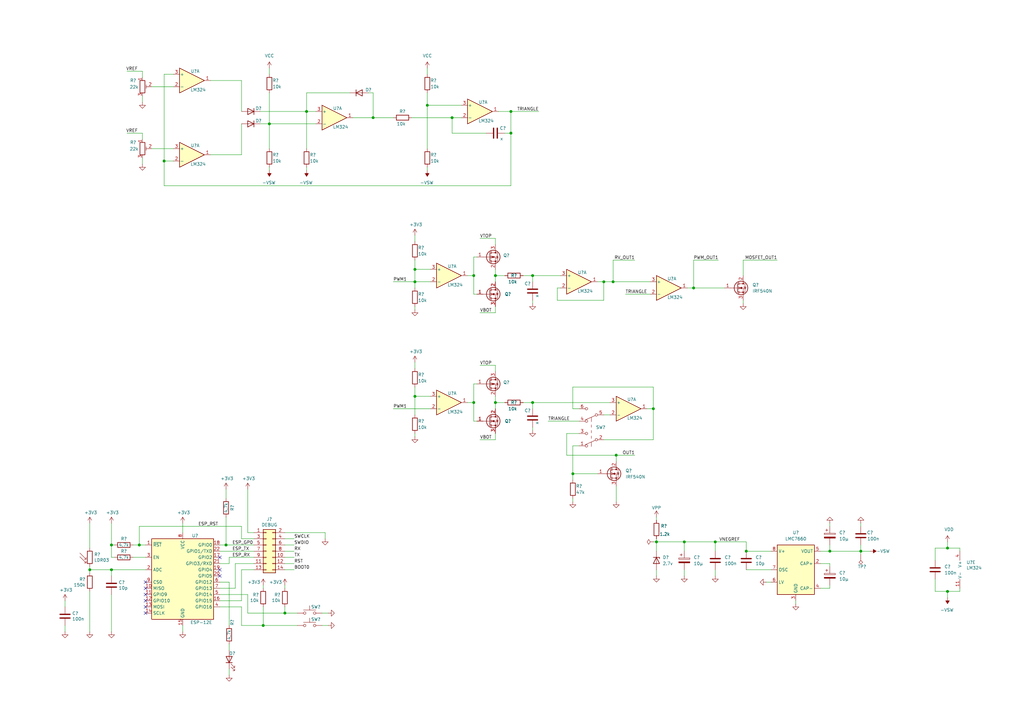
<source format=kicad_sch>
(kicad_sch (version 20210126) (generator eeschema)
  (paper "A3")
  (lib_symbols
    (symbol "Amplifier_Operational:LM324" (pin_names (offset 0.127))
      (property "Reference" "U" (at 0 5.08 0))
      (property "Value" "LM324" (at 0 -5.08 0))
      (symbol "LM324_1_1"
        (pin output line (at 7.62 0 180) (length 2.54) (name "~") (number "1"))
        (pin input line (at -7.62 -2.54 0) (length 2.54) (name "-") (number "2"))
        (pin input line (at -7.62 2.54 0) (length 2.54) (name "+") (number "3"))
      )
      (symbol "LM324_2_1"
        (pin input line (at -7.62 2.54 0) (length 2.54) (name "+") (number "5"))
        (pin input line (at -7.62 -2.54 0) (length 2.54) (name "-") (number "6"))
        (pin output line (at 7.62 0 180) (length 2.54) (name "~") (number "7"))
      )
      (symbol "LM324_3_1"
        (pin input line (at -7.62 2.54 0) (length 2.54) (name "+") (number "10"))
        (pin output line (at 7.62 0 180) (length 2.54) (name "~") (number "8"))
        (pin input line (at -7.62 -2.54 0) (length 2.54) (name "-") (number "9"))
      )
      (symbol "LM324_4_1"
        (pin input line (at -7.62 2.54 0) (length 2.54) (name "+") (number "12"))
        (pin input line (at -7.62 -2.54 0) (length 2.54) (name "-") (number "13"))
        (pin output line (at 7.62 0 180) (length 2.54) (name "~") (number "14"))
      )
      (symbol "LM324_5_1"
        (pin power_in line (at -2.54 -7.62 90) (length 3.81) (name "V-") (number "11"))
        (pin power_in line (at -2.54 7.62 270) (length 3.81) (name "V+") (number "4"))
      )
    )
    (symbol "Amplifier_Operational:LM324_1" (pin_names (offset 0.127))
      (property "Reference" "U" (at 0 5.08 0))
      (property "Value" "LM324" (at 0 -5.08 0))
      (symbol "LM324_1_1_1"
        (pin output line (at 7.62 0 180) (length 2.54) (name "~") (number "1"))
        (pin input line (at -7.62 -2.54 0) (length 2.54) (name "-") (number "2"))
        (pin input line (at -7.62 2.54 0) (length 2.54) (name "+") (number "3"))
      )
      (symbol "LM324_1_2_1"
        (pin input line (at -7.62 2.54 0) (length 2.54) (name "+") (number "5"))
        (pin input line (at -7.62 -2.54 0) (length 2.54) (name "-") (number "6"))
        (pin output line (at 7.62 0 180) (length 2.54) (name "~") (number "7"))
      )
      (symbol "LM324_1_3_1"
        (pin input line (at -7.62 2.54 0) (length 2.54) (name "+") (number "10"))
        (pin output line (at 7.62 0 180) (length 2.54) (name "~") (number "8"))
        (pin input line (at -7.62 -2.54 0) (length 2.54) (name "-") (number "9"))
      )
      (symbol "LM324_1_4_1"
        (pin input line (at -7.62 2.54 0) (length 2.54) (name "+") (number "12"))
        (pin input line (at -7.62 -2.54 0) (length 2.54) (name "-") (number "13"))
        (pin output line (at 7.62 0 180) (length 2.54) (name "~") (number "14"))
      )
      (symbol "LM324_1_5_1"
        (pin power_in line (at -2.54 -7.62 90) (length 3.81) (name "V-") (number "11"))
        (pin power_in line (at -2.54 7.62 270) (length 3.81) (name "V+") (number "4"))
      )
    )
    (symbol "Connector:TestPoint_Alt" (pin_numbers hide) (pin_names (offset 0.762) hide)
      (property "Reference" "TP" (at 0 6.858 0))
      (property "Value" "TestPoint_Alt" (at 0 5.08 0))
      (symbol "TestPoint_Alt_1_1"
        (pin passive line (at 0 0 90) (length 2.54) (name "1") (number "1"))
      )
    )
    (symbol "Connector_Generic:Conn_02x07_Odd_Even" (pin_names (offset 1.016) hide)
      (property "Reference" "J" (at 1.27 10.16 0))
      (property "Value" "Conn_02x07_Odd_Even" (at 1.27 -10.16 0))
      (symbol "Conn_02x07_Odd_Even_1_1"
        (pin passive line (at -5.08 7.62 0) (length 3.81) (name "Pin_1") (number "1"))
        (pin passive line (at 7.62 -2.54 180) (length 3.81) (name "Pin_10") (number "10"))
        (pin passive line (at -5.08 -5.08 0) (length 3.81) (name "Pin_11") (number "11"))
        (pin passive line (at 7.62 -5.08 180) (length 3.81) (name "Pin_12") (number "12"))
        (pin passive line (at -5.08 -7.62 0) (length 3.81) (name "Pin_13") (number "13"))
        (pin passive line (at 7.62 -7.62 180) (length 3.81) (name "Pin_14") (number "14"))
        (pin passive line (at 7.62 7.62 180) (length 3.81) (name "Pin_2") (number "2"))
        (pin passive line (at -5.08 5.08 0) (length 3.81) (name "Pin_3") (number "3"))
        (pin passive line (at 7.62 5.08 180) (length 3.81) (name "Pin_4") (number "4"))
        (pin passive line (at -5.08 2.54 0) (length 3.81) (name "Pin_5") (number "5"))
        (pin passive line (at 7.62 2.54 180) (length 3.81) (name "Pin_6") (number "6"))
        (pin passive line (at -5.08 0 0) (length 3.81) (name "Pin_7") (number "7"))
        (pin passive line (at 7.62 0 180) (length 3.81) (name "Pin_8") (number "8"))
        (pin passive line (at -5.08 -2.54 0) (length 3.81) (name "Pin_9") (number "9"))
      )
    )
    (symbol "Device:C" (pin_numbers hide) (pin_names (offset 0.254))
      (property "Reference" "C" (at 0.635 2.54 0))
      (property "Value" "C" (at 0.635 -2.54 0))
      (symbol "C_1_1"
        (pin passive line (at 0 3.81 270) (length 2.794) (name "~") (number "1"))
        (pin passive line (at 0 -3.81 90) (length 2.794) (name "~") (number "2"))
      )
    )
    (symbol "Device:C_Polarized" (pin_numbers hide) (pin_names (offset 0.254))
      (property "Reference" "C" (at 0.635 2.54 0))
      (property "Value" "C_Polarized" (at 0.635 -2.54 0))
      (symbol "C_Polarized_1_1"
        (pin passive line (at 0 3.81 270) (length 2.794) (name "~") (number "1"))
        (pin passive line (at 0 -3.81 90) (length 2.794) (name "~") (number "2"))
      )
    )
    (symbol "Device:D" (pin_numbers hide) (pin_names (offset 1.016) hide)
      (property "Reference" "D" (at 0 2.54 0))
      (property "Value" "D" (at 0 -2.54 0))
      (symbol "D_1_1"
        (pin passive line (at -3.81 0 0) (length 2.54) (name "K") (number "1"))
        (pin passive line (at 3.81 0 180) (length 2.54) (name "A") (number "2"))
      )
    )
    (symbol "Device:D_Zener" (pin_numbers hide) (pin_names (offset 1.016) hide)
      (property "Reference" "D" (at 0 2.54 0))
      (property "Value" "D_Zener" (at 0 -2.54 0))
      (symbol "D_Zener_1_1"
        (pin passive line (at -3.81 0 0) (length 2.54) (name "K") (number "1"))
        (pin passive line (at 3.81 0 180) (length 2.54) (name "A") (number "2"))
      )
    )
    (symbol "Device:LED" (pin_numbers hide) (pin_names (offset 1.016) hide)
      (property "Reference" "D" (at 0 2.54 0))
      (property "Value" "LED" (at 0 -2.54 0))
      (symbol "LED_1_1"
        (pin passive line (at -3.81 0 0) (length 2.54) (name "K") (number "1"))
        (pin passive line (at 3.81 0 180) (length 2.54) (name "A") (number "2"))
      )
    )
    (symbol "Device:R" (pin_numbers hide) (pin_names (offset 0))
      (property "Reference" "R" (at 2.032 0 90))
      (property "Value" "R" (at 0 0 90))
      (symbol "R_1_1"
        (pin passive line (at 0 3.81 270) (length 1.27) (name "~") (number "1"))
        (pin passive line (at 0 -3.81 90) (length 1.27) (name "~") (number "2"))
      )
    )
    (symbol "Device:R_Potentiometer_Trim" (pin_names (offset 1.016) hide)
      (property "Reference" "RV" (at -4.445 0 90))
      (property "Value" "R_Potentiometer_Trim" (at -2.54 0 90))
      (symbol "R_Potentiometer_Trim_1_1"
        (pin passive line (at 0 3.81 270) (length 1.27) (name "1") (number "1"))
        (pin passive line (at 3.81 0 180) (length 1.27) (name "2") (number "2"))
        (pin passive line (at 0 -3.81 90) (length 1.27) (name "3") (number "3"))
      )
    )
    (symbol "RF_Module:ESP-12E"
      (property "Reference" "U" (at -12.7 19.05 0))
      (property "Value" "ESP-12E" (at 12.7 19.05 0))
      (symbol "ESP-12E_1_1"
        (pin input line (at -15.24 15.24 0) (length 2.54) (name "~RST") (number "1"))
        (pin bidirectional line (at -15.24 -2.54 0) (length 2.54) (name "MISO") (number "10"))
        (pin bidirectional line (at -15.24 -5.08 0) (length 2.54) (name "GPIO9") (number "11"))
        (pin bidirectional line (at -15.24 -7.62 0) (length 2.54) (name "GPIO10") (number "12"))
        (pin bidirectional line (at -15.24 -10.16 0) (length 2.54) (name "MOSI") (number "13"))
        (pin bidirectional line (at -15.24 -12.7 0) (length 2.54) (name "SCLK") (number "14"))
        (pin power_in line (at 0 -17.78 90) (length 2.54) (name "GND") (number "15"))
        (pin bidirectional line (at 15.24 -7.62 180) (length 2.54) (name "GPIO15") (number "16"))
        (pin bidirectional line (at 15.24 10.16 180) (length 2.54) (name "GPIO2") (number "17"))
        (pin bidirectional line (at 15.24 15.24 180) (length 2.54) (name "GPIO0") (number "18"))
        (pin bidirectional line (at 15.24 5.08 180) (length 2.54) (name "GPIO4") (number "19"))
        (pin input line (at -15.24 5.08 0) (length 2.54) (name "ADC") (number "2"))
        (pin bidirectional line (at 15.24 2.54 180) (length 2.54) (name "GPIO5") (number "20"))
        (pin bidirectional line (at 15.24 7.62 180) (length 2.54) (name "GPIO3/RXD") (number "21"))
        (pin bidirectional line (at 15.24 12.7 180) (length 2.54) (name "GPIO1/TXD") (number "22"))
        (pin input line (at -15.24 10.16 0) (length 2.54) (name "EN") (number "3"))
        (pin bidirectional line (at 15.24 -10.16 180) (length 2.54) (name "GPIO16") (number "4"))
        (pin bidirectional line (at 15.24 -5.08 180) (length 2.54) (name "GPIO14") (number "5"))
        (pin bidirectional line (at 15.24 0 180) (length 2.54) (name "GPIO12") (number "6"))
        (pin bidirectional line (at 15.24 -2.54 180) (length 2.54) (name "GPIO13") (number "7"))
        (pin power_in line (at 0 20.32 270) (length 2.54) (name "VCC") (number "8"))
        (pin input line (at -15.24 0 0) (length 2.54) (name "CS0") (number "9"))
      )
    )
    (symbol "Regulator_SwitchedCapacitor:LMC7660"
      (property "Reference" "U" (at -6.604 11.43 0))
      (property "Value" "LMC7660" (at 0 11.43 0))
      (symbol "LMC7660_1_1"
        (pin no_connect line (at -7.62 5.08 0) (length 2.54) hide (name "NC") (number "1"))
        (pin input line (at 10.16 2.54 180) (length 2.54) (name "CAP+") (number "2"))
        (pin power_in line (at 0 -12.7 90) (length 2.54) (name "GND") (number "3"))
        (pin input line (at 10.16 -7.62 180) (length 2.54) (name "CAP-") (number "4"))
        (pin power_out line (at 10.16 7.62 180) (length 2.54) (name "VOUT") (number "5"))
        (pin input line (at -10.16 -5.08 0) (length 2.54) (name "LV") (number "6"))
        (pin input line (at -10.16 0 0) (length 2.54) (name "OSC") (number "7"))
        (pin power_in line (at -10.16 7.62 0) (length 2.54) (name "V+") (number "8"))
      )
    )
    (symbol "Sensor_Optical:LDR03" (pin_numbers hide) (pin_names (offset 0))
      (property "Reference" "R" (at -5.08 0 90))
      (property "Value" "LDR03" (at 1.905 0 90))
      (symbol "LDR03_1_1"
        (pin passive line (at 0 3.81 270) (length 1.27) (name "~") (number "1"))
        (pin passive line (at 0 -3.81 90) (length 1.27) (name "~") (number "2"))
      )
    )
    (symbol "Switch:SW_Push" (pin_numbers hide) (pin_names (offset 1.016) hide)
      (property "Reference" "SW" (at 1.27 2.54 0))
      (property "Value" "SW_Push" (at 0 -1.524 0))
      (symbol "SW_Push_0_1"
        (pin passive line (at -5.08 0 0) (length 2.54) (name "1") (number "1"))
        (pin passive line (at 5.08 0 180) (length 2.54) (name "2") (number "2"))
      )
    )
    (symbol "Switch:SW_Push_1" (pin_numbers hide) (pin_names (offset 1.016) hide)
      (property "Reference" "SW" (at 1.27 2.54 0))
      (property "Value" "SW_Push" (at 0 -1.524 0))
      (symbol "SW_Push_1_0_1"
        (pin passive line (at -5.08 0 0) (length 2.54) (name "1") (number "1"))
        (pin passive line (at 5.08 0 180) (length 2.54) (name "2") (number "2"))
      )
    )
    (symbol "Switch:SW_Push_DPDT" (pin_names (offset 0) hide)
      (property "Reference" "SW" (at 0 8.89 0))
      (property "Value" "SW_Push_DPDT" (at 0 -10.16 0))
      (symbol "SW_Push_DPDT_1_1"
        (pin passive line (at 5.08 7.62 180) (length 2.54) (name "A") (number "1"))
        (pin passive line (at -5.08 5.08 0) (length 2.54) (name "B") (number "2"))
        (pin passive line (at 5.08 2.54 180) (length 2.54) (name "C") (number "3"))
        (pin passive line (at 5.08 -2.54 180) (length 2.54) (name "A") (number "4"))
        (pin passive line (at -5.08 -5.08 0) (length 2.54) (name "B") (number "5"))
        (pin passive line (at 5.08 -7.62 180) (length 2.54) (name "C") (number "6"))
      )
    )
    (symbol "Transistor_FET:IRF540N" (pin_names hide)
      (property "Reference" "Q" (at 6.35 1.905 0))
      (property "Value" "IRF540N" (at 6.35 0 0))
      (symbol "IRF540N_1_1"
        (pin input line (at -5.08 0 0) (length 2.54) (name "G") (number "1"))
        (pin passive line (at 2.54 5.08 270) (length 2.54) (name "D") (number "2"))
        (pin passive line (at 2.54 -5.08 90) (length 2.54) (name "S") (number "3"))
      )
    )
    (symbol "Transistor_FET:TP0610T" (pin_names hide)
      (property "Reference" "Q" (at 5.08 1.905 0))
      (property "Value" "TP0610T" (at 5.08 0 0))
      (symbol "TP0610T_1_1"
        (pin input line (at -5.08 0 0) (length 2.54) (name "G") (number "1"))
        (pin passive line (at 2.54 -5.08 90) (length 2.54) (name "S") (number "2"))
        (pin passive line (at 2.54 5.08 270) (length 2.54) (name "D") (number "3"))
      )
    )
    (symbol "power:+3.3V" (power) (pin_names (offset 0))
      (property "Value" "+3.3V" (at 0 3.556 0))
      (symbol "+3.3V_1_1"
        (pin power_in line (at 0 0 90) (length 0) hide (name "+3V3") (number "1"))
      )
    )
    (symbol "power:-VSW" (power) (pin_names (offset 0))
      (property "Value" "-VSW" (at 0 3.81 0))
      (symbol "-VSW_0_0"
        (pin power_in line (at 0 0 90) (length 0) hide (name "-VSW") (number "1"))
      )
    )
    (symbol "power:GND" (power) (pin_names (offset 0))
      (property "Value" "GND" (at 0 -3.81 0))
      (symbol "GND_1_1"
        (pin power_in line (at 0 0 270) (length 0) hide (name "GND") (number "1"))
      )
    )
    (symbol "power:PWR_FLAG" (power) (pin_numbers hide) (pin_names (offset 0) hide)
      (property "Value" "PWR_FLAG" (at 0 3.81 0))
      (symbol "PWR_FLAG_0_0"
        (pin power_out line (at 0 0 90) (length 0) (name "pwr") (number "1"))
      )
    )
    (symbol "power:VCC" (power) (pin_names (offset 0))
      (property "Value" "VCC" (at 0 3.81 0))
      (symbol "VCC_1_1"
        (pin power_in line (at 0 0 90) (length 0) hide (name "VCC") (number "1"))
      )
    )
    (symbol "power:VDD" (power) (pin_names (offset 0))
      (property "Value" "VDD" (at 0 3.81 0))
      (symbol "VDD_1_1"
        (pin power_in line (at 0 0 90) (length 0) hide (name "VDD") (number "1"))
      )
    )
    (symbol "power:VPP" (power) (pin_names (offset 0))
      (property "Value" "VPP" (at 0 3.81 0))
      (symbol "VPP_1_1"
        (pin power_in line (at 0 0 90) (length 0) hide (name "VPP") (number "1"))
      )
    )
  )
  (junction (at 36.83 233.68) (diameter 1.016))
  (junction (at 45.72 223.52) (diameter 1.016))
  (junction (at 45.72 233.68) (diameter 1.016))
  (junction (at 57.15 223.52) (diameter 1.016))
  (junction (at 67.31 66.04) (diameter 1.016))
  (junction (at 92.71 223.52) (diameter 1.016))
  (junction (at 107.95 256.54) (diameter 1.016))
  (junction (at 110.49 50.8) (diameter 1.016))
  (junction (at 116.84 251.46) (diameter 1.016))
  (junction (at 125.73 45.72) (diameter 1.016))
  (junction (at 153.035 48.26) (diameter 1.016))
  (junction (at 170.18 110.49) (diameter 1.016))
  (junction (at 170.18 115.57) (diameter 1.016))
  (junction (at 170.18 162.56) (diameter 1.016))
  (junction (at 175.26 43.18) (diameter 1.016))
  (junction (at 185.42 48.26) (diameter 1.016))
  (junction (at 194.31 113.03) (diameter 1.016))
  (junction (at 194.31 165.1) (diameter 1.016))
  (junction (at 203.2 113.03) (diameter 1.016))
  (junction (at 203.2 165.1) (diameter 1.016))
  (junction (at 209.55 45.72) (diameter 1.016))
  (junction (at 209.55 54.61) (diameter 1.016))
  (junction (at 218.44 113.03) (diameter 1.016))
  (junction (at 218.44 165.1) (diameter 1.016))
  (junction (at 234.95 194.31) (diameter 1.016))
  (junction (at 247.65 115.57) (diameter 1.016))
  (junction (at 251.46 115.57) (diameter 1.016))
  (junction (at 252.73 186.69) (diameter 1.016))
  (junction (at 267.97 167.64) (diameter 1.016))
  (junction (at 269.24 222.25) (diameter 1.016))
  (junction (at 280.67 222.25) (diameter 1.016))
  (junction (at 284.48 118.11) (diameter 1.016))
  (junction (at 293.37 222.25) (diameter 1.016))
  (junction (at 306.07 226.06) (diameter 1.016))
  (junction (at 340.36 226.06) (diameter 1.016))
  (junction (at 353.06 226.06) (diameter 1.016))
  (junction (at 388.62 224.79) (diameter 1.016))
  (junction (at 388.62 242.57) (diameter 1.016))
  (no_connect (at 59.69 238.76))
  (no_connect (at 59.69 241.3))
  (no_connect (at 59.69 243.84))
  (no_connect (at 59.69 246.38))
  (no_connect (at 59.69 248.92))
  (no_connect (at 59.69 251.46))
  (no_connect (at 90.17 228.6))
  (no_connect (at 90.17 233.68))
  (no_connect (at 90.17 236.22))
  (wire (pts (xy 26.67 248.92) (xy 26.67 246.38)))
  (wire (pts (xy 26.67 259.08) (xy 26.67 256.54)))
  (wire (pts (xy 36.83 214.63) (xy 36.83 224.79)))
  (wire (pts (xy 36.83 233.68) (xy 36.83 232.41)))
  (wire (pts (xy 36.83 234.95) (xy 36.83 233.68)))
  (wire (pts (xy 36.83 259.08) (xy 36.83 242.57)))
  (wire (pts (xy 45.72 223.52) (xy 45.72 214.63)))
  (wire (pts (xy 45.72 228.6) (xy 45.72 223.52)))
  (wire (pts (xy 45.72 233.68) (xy 36.83 233.68)))
  (wire (pts (xy 45.72 236.22) (xy 45.72 233.68)))
  (wire (pts (xy 45.72 259.08) (xy 45.72 243.84)))
  (wire (pts (xy 46.99 223.52) (xy 45.72 223.52)))
  (wire (pts (xy 46.99 228.6) (xy 45.72 228.6)))
  (wire (pts (xy 52.07 29.21) (xy 58.42 29.21)))
  (wire (pts (xy 52.07 54.61) (xy 58.42 54.61)))
  (wire (pts (xy 54.61 223.52) (xy 57.15 223.52)))
  (wire (pts (xy 54.61 228.6) (xy 59.69 228.6)))
  (wire (pts (xy 57.15 215.9) (xy 57.15 223.52)))
  (wire (pts (xy 57.15 223.52) (xy 59.69 223.52)))
  (wire (pts (xy 58.42 29.21) (xy 58.42 31.75)))
  (wire (pts (xy 58.42 39.37) (xy 58.42 41.91)))
  (wire (pts (xy 58.42 54.61) (xy 58.42 57.15)))
  (wire (pts (xy 58.42 64.77) (xy 58.42 67.31)))
  (wire (pts (xy 59.69 233.68) (xy 45.72 233.68)))
  (wire (pts (xy 62.23 60.96) (xy 71.12 60.96)))
  (wire (pts (xy 67.31 30.48) (xy 67.31 66.04)))
  (wire (pts (xy 67.31 66.04) (xy 67.31 76.2)))
  (wire (pts (xy 67.31 66.04) (xy 71.12 66.04)))
  (wire (pts (xy 67.31 76.2) (xy 209.55 76.2)))
  (wire (pts (xy 71.12 30.48) (xy 67.31 30.48)))
  (wire (pts (xy 71.12 35.56) (xy 62.23 35.56)))
  (wire (pts (xy 74.93 214.63) (xy 74.93 218.44)))
  (wire (pts (xy 74.93 259.08) (xy 74.93 256.54)))
  (wire (pts (xy 86.36 33.02) (xy 99.06 33.02)))
  (wire (pts (xy 86.36 63.5) (xy 99.06 63.5)))
  (wire (pts (xy 90.17 223.52) (xy 92.71 223.52)))
  (wire (pts (xy 90.17 241.3) (xy 96.52 241.3)))
  (wire (pts (xy 90.17 246.38) (xy 99.06 246.38)))
  (wire (pts (xy 90.17 248.92) (xy 99.06 248.92)))
  (wire (pts (xy 92.71 200.66) (xy 92.71 204.47)))
  (wire (pts (xy 92.71 212.09) (xy 92.71 223.52)))
  (wire (pts (xy 92.71 223.52) (xy 104.14 223.52)))
  (wire (pts (xy 93.98 228.6) (xy 93.98 231.14)))
  (wire (pts (xy 93.98 231.14) (xy 90.17 231.14)))
  (wire (pts (xy 93.98 238.76) (xy 90.17 238.76)))
  (wire (pts (xy 93.98 256.54) (xy 93.98 238.76)))
  (wire (pts (xy 93.98 266.7) (xy 93.98 264.16)))
  (wire (pts (xy 93.98 276.86) (xy 93.98 274.32)))
  (wire (pts (xy 96.52 231.14) (xy 104.14 231.14)))
  (wire (pts (xy 96.52 241.3) (xy 96.52 231.14)))
  (wire (pts (xy 99.06 45.72) (xy 99.06 33.02)))
  (wire (pts (xy 99.06 63.5) (xy 99.06 50.8)))
  (wire (pts (xy 99.06 215.9) (xy 57.15 215.9)))
  (wire (pts (xy 99.06 220.98) (xy 99.06 215.9)))
  (wire (pts (xy 99.06 233.68) (xy 104.14 233.68)))
  (wire (pts (xy 99.06 246.38) (xy 99.06 233.68)))
  (wire (pts (xy 99.06 248.92) (xy 99.06 256.54)))
  (wire (pts (xy 99.06 256.54) (xy 107.95 256.54)))
  (wire (pts (xy 101.6 218.44) (xy 101.6 200.66)))
  (wire (pts (xy 101.6 243.84) (xy 90.17 243.84)))
  (wire (pts (xy 101.6 251.46) (xy 101.6 243.84)))
  (wire (pts (xy 104.14 218.44) (xy 101.6 218.44)))
  (wire (pts (xy 104.14 220.98) (xy 99.06 220.98)))
  (wire (pts (xy 104.14 226.06) (xy 90.17 226.06)))
  (wire (pts (xy 104.14 228.6) (xy 93.98 228.6)))
  (wire (pts (xy 106.68 45.72) (xy 125.73 45.72)))
  (wire (pts (xy 106.68 50.8) (xy 110.49 50.8)))
  (wire (pts (xy 107.95 240.03) (xy 107.95 241.3)))
  (wire (pts (xy 107.95 248.92) (xy 107.95 256.54)))
  (wire (pts (xy 107.95 256.54) (xy 121.92 256.54)))
  (wire (pts (xy 110.49 27.94) (xy 110.49 30.48)))
  (wire (pts (xy 110.49 38.1) (xy 110.49 50.8)))
  (wire (pts (xy 110.49 50.8) (xy 110.49 60.96)))
  (wire (pts (xy 110.49 50.8) (xy 129.54 50.8)))
  (wire (pts (xy 110.49 68.58) (xy 110.49 69.85)))
  (wire (pts (xy 116.84 218.44) (xy 133.35 218.44)))
  (wire (pts (xy 116.84 226.06) (xy 120.65 226.06)))
  (wire (pts (xy 116.84 228.6) (xy 120.65 228.6)))
  (wire (pts (xy 116.84 240.03) (xy 116.84 241.3)))
  (wire (pts (xy 116.84 248.92) (xy 116.84 251.46)))
  (wire (pts (xy 116.84 251.46) (xy 101.6 251.46)))
  (wire (pts (xy 120.65 220.98) (xy 116.84 220.98)))
  (wire (pts (xy 120.65 223.52) (xy 116.84 223.52)))
  (wire (pts (xy 120.65 231.14) (xy 116.84 231.14)))
  (wire (pts (xy 120.65 233.68) (xy 116.84 233.68)))
  (wire (pts (xy 121.92 251.46) (xy 116.84 251.46)))
  (wire (pts (xy 125.73 38.1) (xy 125.73 45.72)))
  (wire (pts (xy 125.73 45.72) (xy 129.54 45.72)))
  (wire (pts (xy 125.73 60.96) (xy 125.73 45.72)))
  (wire (pts (xy 125.73 68.58) (xy 125.73 69.85)))
  (wire (pts (xy 132.08 251.46) (xy 134.62 251.46)))
  (wire (pts (xy 133.35 218.44) (xy 133.35 220.98)))
  (wire (pts (xy 134.62 256.54) (xy 132.08 256.54)))
  (wire (pts (xy 143.51 38.1) (xy 125.73 38.1)))
  (wire (pts (xy 151.13 38.1) (xy 153.035 38.1)))
  (wire (pts (xy 153.035 38.1) (xy 153.035 48.26)))
  (wire (pts (xy 153.035 48.26) (xy 144.78 48.26)))
  (wire (pts (xy 153.035 48.26) (xy 161.29 48.26)))
  (wire (pts (xy 161.29 115.57) (xy 170.18 115.57)))
  (wire (pts (xy 161.29 167.64) (xy 176.53 167.64)))
  (wire (pts (xy 168.91 48.26) (xy 185.42 48.26)))
  (wire (pts (xy 170.18 96.52) (xy 170.18 99.06)))
  (wire (pts (xy 170.18 106.68) (xy 170.18 110.49)))
  (wire (pts (xy 170.18 110.49) (xy 170.18 115.57)))
  (wire (pts (xy 170.18 110.49) (xy 176.53 110.49)))
  (wire (pts (xy 170.18 115.57) (xy 170.18 118.11)))
  (wire (pts (xy 170.18 115.57) (xy 176.53 115.57)))
  (wire (pts (xy 170.18 125.73) (xy 170.18 127)))
  (wire (pts (xy 170.18 148.59) (xy 170.18 151.13)))
  (wire (pts (xy 170.18 158.75) (xy 170.18 162.56)))
  (wire (pts (xy 170.18 162.56) (xy 170.18 170.18)))
  (wire (pts (xy 170.18 162.56) (xy 176.53 162.56)))
  (wire (pts (xy 170.18 177.8) (xy 170.18 179.07)))
  (wire (pts (xy 175.26 27.94) (xy 175.26 30.48)))
  (wire (pts (xy 175.26 38.1) (xy 175.26 43.18)))
  (wire (pts (xy 175.26 43.18) (xy 175.26 60.96)))
  (wire (pts (xy 175.26 68.58) (xy 175.26 69.85)))
  (wire (pts (xy 185.42 48.26) (xy 189.23 48.26)))
  (wire (pts (xy 185.42 54.61) (xy 185.42 48.26)))
  (wire (pts (xy 189.23 43.18) (xy 175.26 43.18)))
  (wire (pts (xy 191.77 113.03) (xy 194.31 113.03)))
  (wire (pts (xy 191.77 165.1) (xy 194.31 165.1)))
  (wire (pts (xy 194.31 105.41) (xy 194.31 113.03)))
  (wire (pts (xy 194.31 113.03) (xy 194.31 120.65)))
  (wire (pts (xy 194.31 120.65) (xy 195.58 120.65)))
  (wire (pts (xy 194.31 157.48) (xy 194.31 165.1)))
  (wire (pts (xy 194.31 165.1) (xy 194.31 172.72)))
  (wire (pts (xy 194.31 172.72) (xy 195.58 172.72)))
  (wire (pts (xy 195.58 105.41) (xy 194.31 105.41)))
  (wire (pts (xy 195.58 157.48) (xy 194.31 157.48)))
  (wire (pts (xy 196.85 97.79) (xy 203.2 97.79)))
  (wire (pts (xy 196.85 128.27) (xy 203.2 128.27)))
  (wire (pts (xy 196.85 149.86) (xy 203.2 149.86)))
  (wire (pts (xy 196.85 180.34) (xy 203.2 180.34)))
  (wire (pts (xy 199.39 54.61) (xy 185.42 54.61)))
  (wire (pts (xy 203.2 100.33) (xy 203.2 97.79)))
  (wire (pts (xy 203.2 113.03) (xy 203.2 110.49)))
  (wire (pts (xy 203.2 113.03) (xy 207.01 113.03)))
  (wire (pts (xy 203.2 115.57) (xy 203.2 113.03)))
  (wire (pts (xy 203.2 125.73) (xy 203.2 128.27)))
  (wire (pts (xy 203.2 152.4) (xy 203.2 149.86)))
  (wire (pts (xy 203.2 165.1) (xy 203.2 162.56)))
  (wire (pts (xy 203.2 165.1) (xy 207.01 165.1)))
  (wire (pts (xy 203.2 167.64) (xy 203.2 165.1)))
  (wire (pts (xy 203.2 177.8) (xy 203.2 180.34)))
  (wire (pts (xy 204.47 45.72) (xy 209.55 45.72)))
  (wire (pts (xy 209.55 45.72) (xy 209.55 54.61)))
  (wire (pts (xy 209.55 45.72) (xy 220.98 45.72)))
  (wire (pts (xy 209.55 54.61) (xy 207.01 54.61)))
  (wire (pts (xy 209.55 76.2) (xy 209.55 54.61)))
  (wire (pts (xy 214.63 113.03) (xy 218.44 113.03)))
  (wire (pts (xy 214.63 165.1) (xy 218.44 165.1)))
  (wire (pts (xy 218.44 113.03) (xy 218.44 115.57)))
  (wire (pts (xy 218.44 113.03) (xy 229.87 113.03)))
  (wire (pts (xy 218.44 123.19) (xy 218.44 124.46)))
  (wire (pts (xy 218.44 165.1) (xy 218.44 167.64)))
  (wire (pts (xy 218.44 165.1) (xy 250.19 165.1)))
  (wire (pts (xy 218.44 175.26) (xy 218.44 176.53)))
  (wire (pts (xy 224.79 172.72) (xy 237.49 172.72)))
  (wire (pts (xy 228.6 118.11) (xy 229.87 118.11)))
  (wire (pts (xy 228.6 123.19) (xy 228.6 118.11)))
  (wire (pts (xy 232.41 177.8) (xy 232.41 186.69)))
  (wire (pts (xy 232.41 186.69) (xy 252.73 186.69)))
  (wire (pts (xy 234.95 158.75) (xy 234.95 167.64)))
  (wire (pts (xy 234.95 167.64) (xy 237.49 167.64)))
  (wire (pts (xy 234.95 182.88) (xy 237.49 182.88)))
  (wire (pts (xy 234.95 194.31) (xy 234.95 182.88)))
  (wire (pts (xy 234.95 194.31) (xy 234.95 196.85)))
  (wire (pts (xy 234.95 204.47) (xy 234.95 205.74)))
  (wire (pts (xy 237.49 177.8) (xy 232.41 177.8)))
  (wire (pts (xy 245.11 115.57) (xy 247.65 115.57)))
  (wire (pts (xy 245.11 194.31) (xy 234.95 194.31)))
  (wire (pts (xy 247.65 115.57) (xy 247.65 123.19)))
  (wire (pts (xy 247.65 115.57) (xy 251.46 115.57)))
  (wire (pts (xy 247.65 123.19) (xy 228.6 123.19)))
  (wire (pts (xy 247.65 170.18) (xy 250.19 170.18)))
  (wire (pts (xy 247.65 180.34) (xy 267.97 180.34)))
  (wire (pts (xy 251.46 106.68) (xy 260.35 106.68)))
  (wire (pts (xy 251.46 115.57) (xy 251.46 106.68)))
  (wire (pts (xy 251.46 115.57) (xy 266.7 115.57)))
  (wire (pts (xy 252.73 186.69) (xy 252.73 189.23)))
  (wire (pts (xy 252.73 186.69) (xy 260.35 186.69)))
  (wire (pts (xy 252.73 199.39) (xy 252.73 205.74)))
  (wire (pts (xy 256.54 120.65) (xy 266.7 120.65)))
  (wire (pts (xy 265.43 167.64) (xy 267.97 167.64)))
  (wire (pts (xy 267.97 158.75) (xy 234.95 158.75)))
  (wire (pts (xy 267.97 167.64) (xy 267.97 158.75)))
  (wire (pts (xy 267.97 167.64) (xy 267.97 180.34)))
  (wire (pts (xy 267.97 222.25) (xy 269.24 222.25)))
  (wire (pts (xy 269.24 212.09) (xy 269.24 213.36)))
  (wire (pts (xy 269.24 222.25) (xy 269.24 220.98)))
  (wire (pts (xy 269.24 222.25) (xy 269.24 226.06)))
  (wire (pts (xy 269.24 233.68) (xy 269.24 236.22)))
  (wire (pts (xy 280.67 222.25) (xy 269.24 222.25)))
  (wire (pts (xy 280.67 222.25) (xy 280.67 226.06)))
  (wire (pts (xy 280.67 233.68) (xy 280.67 236.22)))
  (wire (pts (xy 281.94 118.11) (xy 284.48 118.11)))
  (wire (pts (xy 284.48 106.68) (xy 294.64 106.68)))
  (wire (pts (xy 284.48 118.11) (xy 284.48 106.68)))
  (wire (pts (xy 284.48 118.11) (xy 297.18 118.11)))
  (wire (pts (xy 293.37 222.25) (xy 280.67 222.25)))
  (wire (pts (xy 293.37 222.25) (xy 293.37 226.06)))
  (wire (pts (xy 293.37 222.25) (xy 306.07 222.25)))
  (wire (pts (xy 293.37 233.68) (xy 293.37 236.22)))
  (wire (pts (xy 304.8 106.68) (xy 318.77 106.68)))
  (wire (pts (xy 304.8 113.03) (xy 304.8 106.68)))
  (wire (pts (xy 304.8 123.19) (xy 304.8 124.46)))
  (wire (pts (xy 306.07 222.25) (xy 306.07 226.06)))
  (wire (pts (xy 306.07 226.06) (xy 316.23 226.06)))
  (wire (pts (xy 306.07 233.68) (xy 316.23 233.68)))
  (wire (pts (xy 314.325 238.76) (xy 316.23 238.76)))
  (wire (pts (xy 326.39 246.38) (xy 326.39 247.65)))
  (wire (pts (xy 336.55 226.06) (xy 340.36 226.06)))
  (wire (pts (xy 336.55 241.3) (xy 340.36 241.3)))
  (wire (pts (xy 340.36 214.63) (xy 340.36 215.9)))
  (wire (pts (xy 340.36 226.06) (xy 340.36 223.52)))
  (wire (pts (xy 340.36 226.06) (xy 353.06 226.06)))
  (wire (pts (xy 340.36 231.14) (xy 336.55 231.14)))
  (wire (pts (xy 340.36 232.41) (xy 340.36 231.14)))
  (wire (pts (xy 340.36 241.3) (xy 340.36 240.03)))
  (wire (pts (xy 353.06 215.9) (xy 353.06 214.63)))
  (wire (pts (xy 353.06 223.52) (xy 353.06 226.06)))
  (wire (pts (xy 353.06 226.06) (xy 353.06 227.33)))
  (wire (pts (xy 353.06 226.06) (xy 356.87 226.06)))
  (wire (pts (xy 383.54 224.79) (xy 388.62 224.79)))
  (wire (pts (xy 383.54 229.87) (xy 383.54 224.79)))
  (wire (pts (xy 383.54 242.57) (xy 383.54 237.49)))
  (wire (pts (xy 388.62 222.25) (xy 388.62 224.79)))
  (wire (pts (xy 388.62 224.79) (xy 393.7 224.79)))
  (wire (pts (xy 388.62 242.57) (xy 383.54 242.57)))
  (wire (pts (xy 388.62 242.57) (xy 388.62 245.11)))
  (wire (pts (xy 393.7 224.79) (xy 393.7 226.06)))
  (wire (pts (xy 393.7 241.3) (xy 393.7 242.57)))
  (wire (pts (xy 393.7 242.57) (xy 388.62 242.57)))
  (label "VREF" (at 56.515 29.21 180))
  (label "VREF" (at 56.515 54.61 180))
  (label "ESP_RST" (at 81.28 215.9 0))
  (label "ESP_GP0" (at 95.25 223.52 0))
  (label "ESP_TX" (at 95.25 226.06 0))
  (label "ESP_RX" (at 95.25 228.6 0))
  (label "SWCLK" (at 120.65 220.98 0))
  (label "SWDIO" (at 120.65 223.52 0))
  (label "RX" (at 120.65 226.06 0))
  (label "TX" (at 120.65 228.6 0))
  (label "RST" (at 120.65 231.14 0))
  (label "BOOT0" (at 120.65 233.68 0))
  (label "PWM1" (at 161.29 115.57 0))
  (label "PWM1" (at 161.29 167.64 0))
  (label "VTOP" (at 196.85 97.79 0))
  (label "VBOT" (at 196.85 128.27 0))
  (label "VTOP" (at 196.85 149.86 0))
  (label "VBOT" (at 196.85 180.34 0))
  (label "TRIANGLE" (at 220.98 45.72 180))
  (label "TRIANGLE" (at 224.79 172.72 0))
  (label "TRIANGLE" (at 256.54 120.65 0))
  (label "RV_OUT1" (at 260.35 106.68 180))
  (label "OUT1" (at 260.35 186.69 180))
  (label "PWM_OUT1" (at 294.64 106.68 180))
  (label "VNEGREF" (at 303.53 222.25 180))
  (label "MOSFET_OUT1" (at 318.77 106.68 180))
  (symbol (lib_id "power:PWR_FLAG") (at 267.97 222.25 90) (unit 1)
    (property "Reference" "#FLG?" (effects hide))
    (property "Value" "PWR_FLAG" (effects hide))
  )
  (symbol (lib_id "Connector:TestPoint_Alt") (at 353.06 227.33 180) (unit 1)
    (property "Reference" "TP?" (at 351.79 232.41 0) (effects (justify right)))
    (property "Value" "TestPoint" (effects hide))
    (property "Footprint" "TestPoint:TestPoint_THTPad_D2.0mm_Drill1.0mm" (effects hide))
  )
  (symbol (lib_id "power:+3.3V") (at 26.67 246.38 0) (unit 1)
    (property "Reference" "#PWR?" (effects hide))
    (property "Value" "+3.3V" (at 27.051 241.9858 0))
  )
  (symbol (lib_id "power:+3.3V") (at 36.83 214.63 0) (unit 1)
    (property "Reference" "#PWR?" (effects hide))
    (property "Value" "+3.3V" (at 37.211 210.2358 0))
  )
  (symbol (lib_id "power:+3.3V") (at 45.72 214.63 0) (unit 1)
    (property "Reference" "#PWR?" (effects hide))
    (property "Value" "+3.3V" (at 46.101 210.2358 0))
  )
  (symbol (lib_id "power:+3.3V") (at 74.93 214.63 0) (unit 1)
    (property "Reference" "#PWR?" (effects hide))
    (property "Value" "+3.3V" (at 75.311 210.2358 0))
  )
  (symbol (lib_id "power:+3.3V") (at 92.71 200.66 0) (unit 1)
    (property "Reference" "#PWR?" (effects hide))
    (property "Value" "+3.3V" (at 93.091 196.2658 0))
  )
  (symbol (lib_id "power:+3.3V") (at 101.6 200.66 0) (unit 1)
    (property "Reference" "#PWR?" (effects hide))
    (property "Value" "+3.3V" (at 101.981 196.2658 0))
  )
  (symbol (lib_id "power:+3.3V") (at 107.95 240.03 0) (unit 1)
    (property "Reference" "#PWR?" (effects hide))
    (property "Value" "+3.3V" (at 104.14 238.76 0))
  )
  (symbol (lib_id "power:VCC") (at 110.49 27.94 0) (unit 1)
    (property "Reference" "#PWR?" (effects hide))
    (property "Value" "VCC" (at 110.49 22.86 0))
  )
  (symbol (lib_id "power:-VSW") (at 110.49 69.85 180) (unit 1)
    (property "Reference" "#PWR?" (effects hide))
    (property "Value" "-VSW" (at 113.03 74.93 0) (effects (justify left)))
  )
  (symbol (lib_id "power:+3.3V") (at 116.84 240.03 0) (unit 1)
    (property "Reference" "#PWR?" (effects hide))
    (property "Value" "+3.3V" (at 113.03 238.76 0))
  )
  (symbol (lib_id "power:-VSW") (at 125.73 69.85 180) (unit 1)
    (property "Reference" "#PWR?" (effects hide))
    (property "Value" "-VSW" (at 128.27 74.93 0) (effects (justify left)))
  )
  (symbol (lib_id "power:+3.3V") (at 170.18 96.52 0) (unit 1)
    (property "Reference" "#PWR?" (effects hide))
    (property "Value" "+3.3V" (at 170.561 92.1258 0))
  )
  (symbol (lib_id "power:+3.3V") (at 170.18 148.59 0) (unit 1)
    (property "Reference" "#PWR?" (effects hide))
    (property "Value" "+3.3V" (at 170.561 144.1958 0))
  )
  (symbol (lib_id "power:VCC") (at 175.26 27.94 0) (unit 1)
    (property "Reference" "#PWR?" (effects hide))
    (property "Value" "VCC" (at 175.26 22.86 0))
  )
  (symbol (lib_id "power:-VSW") (at 175.26 69.85 180) (unit 1)
    (property "Reference" "#PWR?" (effects hide))
    (property "Value" "-VSW" (at 177.8 74.93 0) (effects (justify left)))
  )
  (symbol (lib_id "power:VPP") (at 269.24 212.09 0) (unit 1)
    (property "Reference" "#PWR?" (effects hide))
    (property "Value" "VPP" (at 269.24 208.28 0))
  )
  (symbol (lib_id "power:-VSW") (at 356.87 226.06 270) (unit 1)
    (property "Reference" "#PWR?" (effects hide))
    (property "Value" "-VSW" (at 359.41 226.06 90) (effects (justify left)))
  )
  (symbol (lib_id "power:VDD") (at 388.62 222.25 0) (unit 1)
    (property "Reference" "#PWR?" (effects hide))
    (property "Value" "VDD" (at 389.255 217.17 0))
  )
  (symbol (lib_id "power:-VSW") (at 388.62 245.11 180) (unit 1)
    (property "Reference" "#PWR?" (effects hide))
    (property "Value" "-VSW" (at 391.16 250.19 0) (effects (justify left)))
  )
  (symbol (lib_id "power:GND") (at 26.67 259.08 0) (unit 1)
    (property "Reference" "#PWR?" (effects hide))
    (property "Value" "GND" (effects hide))
  )
  (symbol (lib_id "power:GND") (at 36.83 259.08 0) (unit 1)
    (property "Reference" "#PWR?" (effects hide))
    (property "Value" "GND" (effects hide))
  )
  (symbol (lib_id "power:GND") (at 45.72 259.08 0) (unit 1)
    (property "Reference" "#PWR?" (effects hide))
    (property "Value" "GND" (effects hide))
  )
  (symbol (lib_id "power:GND") (at 58.42 41.91 0) (unit 1)
    (property "Reference" "#PWR?" (effects hide))
    (property "Value" "GND" (effects hide))
  )
  (symbol (lib_id "power:GND") (at 58.42 67.31 0) (unit 1)
    (property "Reference" "#PWR?" (effects hide))
    (property "Value" "GND" (effects hide))
  )
  (symbol (lib_id "power:GND") (at 74.93 259.08 0) (unit 1)
    (property "Reference" "#PWR?" (effects hide))
    (property "Value" "GND" (effects hide))
  )
  (symbol (lib_id "power:GND") (at 93.98 276.86 0) (unit 1)
    (property "Reference" "#PWR?" (effects hide))
    (property "Value" "GND" (effects hide))
  )
  (symbol (lib_id "power:GND") (at 133.35 220.98 0) (unit 1)
    (property "Reference" "#PWR?" (effects hide))
    (property "Value" "GND" (effects hide))
  )
  (symbol (lib_id "power:GND") (at 134.62 251.46 90) (unit 1)
    (property "Reference" "#PWR?" (effects hide))
    (property "Value" "GND" (effects hide))
  )
  (symbol (lib_id "power:GND") (at 134.62 256.54 90) (unit 1)
    (property "Reference" "#PWR?" (effects hide))
    (property "Value" "GND" (effects hide))
  )
  (symbol (lib_id "power:GND") (at 170.18 127 0) (unit 1)
    (property "Reference" "#PWR?" (effects hide))
    (property "Value" "GND" (effects hide))
  )
  (symbol (lib_id "power:GND") (at 170.18 179.07 0) (unit 1)
    (property "Reference" "#PWR?" (effects hide))
    (property "Value" "GND" (effects hide))
  )
  (symbol (lib_id "power:GND") (at 218.44 124.46 0) (unit 1)
    (property "Reference" "#PWR?" (effects hide))
    (property "Value" "GND" (effects hide))
  )
  (symbol (lib_id "power:GND") (at 218.44 176.53 0) (unit 1)
    (property "Reference" "#PWR?" (effects hide))
    (property "Value" "GND" (effects hide))
  )
  (symbol (lib_id "power:GND") (at 234.95 205.74 0) (unit 1)
    (property "Reference" "#PWR?" (effects hide))
    (property "Value" "GND" (effects hide))
  )
  (symbol (lib_id "power:GND") (at 252.73 205.74 0) (unit 1)
    (property "Reference" "#PWR?" (effects hide))
    (property "Value" "GND" (effects hide))
  )
  (symbol (lib_id "power:GND") (at 269.24 236.22 0) (unit 1)
    (property "Reference" "#PWR?" (effects hide))
    (property "Value" "GND" (effects hide))
  )
  (symbol (lib_id "power:GND") (at 280.67 236.22 0) (unit 1)
    (property "Reference" "#PWR?" (effects hide))
    (property "Value" "GND" (effects hide))
  )
  (symbol (lib_id "power:GND") (at 293.37 236.22 0) (unit 1)
    (property "Reference" "#PWR?" (effects hide))
    (property "Value" "GND" (effects hide))
  )
  (symbol (lib_id "power:GND") (at 304.8 124.46 0) (unit 1)
    (property "Reference" "#PWR?" (effects hide))
    (property "Value" "GND" (effects hide))
  )
  (symbol (lib_id "power:GND") (at 314.325 238.76 270) (unit 1)
    (property "Reference" "#PWR?" (effects hide))
    (property "Value" "GND" (effects hide))
  )
  (symbol (lib_id "power:GND") (at 326.39 247.65 0) (unit 1)
    (property "Reference" "#PWR?" (effects hide))
    (property "Value" "GND" (effects hide))
  )
  (symbol (lib_id "power:GND") (at 340.36 214.63 180) (unit 1)
    (property "Reference" "#PWR?" (effects hide))
    (property "Value" "GND" (effects hide))
  )
  (symbol (lib_id "power:GND") (at 353.06 214.63 180) (unit 1)
    (property "Reference" "#PWR?" (effects hide))
    (property "Value" "GND" (effects hide))
  )
  (symbol (lib_id "Device:R") (at 36.83 238.76 0) (unit 1)
    (property "Reference" "R?" (at 35.0774 237.5916 0) (effects (justify right)))
    (property "Value" "150k" (at 35.0774 239.903 0) (effects (justify right)))
    (property "Footprint" "Resistor_SMD:R_0805_2012Metric_Pad1.15x1.40mm_HandSolder" (effects hide))
  )
  (symbol (lib_id "Device:R") (at 50.8 223.52 270) (unit 1)
    (property "Reference" "R?" (at 50.8 220.98 90))
    (property "Value" "4.7k" (at 50.8 223.52 90))
    (property "Footprint" "Resistor_SMD:R_0805_2012Metric_Pad1.15x1.40mm_HandSolder" (effects hide))
  )
  (symbol (lib_id "Device:R") (at 50.8 228.6 270) (unit 1)
    (property "Reference" "R?" (at 50.8 226.06 90))
    (property "Value" "4.7k" (at 50.8 228.6 90))
    (property "Footprint" "Resistor_SMD:R_0805_2012Metric_Pad1.15x1.40mm_HandSolder" (effects hide))
  )
  (symbol (lib_id "Device:R") (at 92.71 208.28 180) (unit 1)
    (property "Reference" "R?" (at 95.25 208.28 90))
    (property "Value" "4.7k" (at 92.71 208.28 90))
    (property "Footprint" "Resistor_SMD:R_0805_2012Metric_Pad1.15x1.40mm_HandSolder" (effects hide))
  )
  (symbol (lib_id "Device:R") (at 93.98 260.35 180) (unit 1)
    (property "Reference" "R?" (at 95.25 255.27 90))
    (property "Value" "4.7k" (at 93.98 260.35 90))
    (property "Footprint" "Resistor_SMD:R_0805_2012Metric_Pad1.15x1.40mm_HandSolder" (effects hide))
  )
  (symbol (lib_id "Device:R") (at 107.95 245.11 0) (unit 1)
    (property "Reference" "R?" (at 106.1974 243.9416 0) (effects (justify right)))
    (property "Value" "10k" (at 106.1974 246.253 0) (effects (justify right)))
    (property "Footprint" "Resistor_SMD:R_0805_2012Metric_Pad1.15x1.40mm_HandSolder" (effects hide))
  )
  (symbol (lib_id "Device:R") (at 110.49 34.29 0) (unit 1)
    (property "Reference" "R?" (at 111.76 33.02 0) (effects (justify left)))
    (property "Value" "10k" (at 111.76 35.56 0) (effects (justify left)))
  )
  (symbol (lib_id "Device:R") (at 110.49 64.77 0) (unit 1)
    (property "Reference" "R?" (at 111.76 63.5 0) (effects (justify left)))
    (property "Value" "10k" (at 111.76 66.04 0) (effects (justify left)))
  )
  (symbol (lib_id "Device:R") (at 116.84 245.11 0) (unit 1)
    (property "Reference" "R?" (at 115.0874 243.9416 0) (effects (justify right)))
    (property "Value" "10k" (at 115.0874 246.253 0) (effects (justify right)))
    (property "Footprint" "Resistor_SMD:R_0805_2012Metric_Pad1.15x1.40mm_HandSolder" (effects hide))
  )
  (symbol (lib_id "Device:R") (at 125.73 64.77 0) (unit 1)
    (property "Reference" "R?" (at 127 63.5 0) (effects (justify left)))
    (property "Value" "10k" (at 127 66.04 0) (effects (justify left)))
  )
  (symbol (lib_id "Device:R") (at 165.1 48.26 90) (unit 1)
    (property "Reference" "R?" (at 166.37 45.72 90) (effects (justify left)))
    (property "Value" "10k" (at 166.37 50.8 90) (effects (justify left)))
  )
  (symbol (lib_id "Device:R") (at 170.18 102.87 0) (unit 1)
    (property "Reference" "R?" (at 171.45 101.6 0) (effects (justify left)))
    (property "Value" "10k" (at 171.45 104.14 0) (effects (justify left)))
  )
  (symbol (lib_id "Device:R") (at 170.18 121.92 0) (unit 1)
    (property "Reference" "R?" (at 171.45 120.65 0) (effects (justify left)))
    (property "Value" "10k" (at 171.45 123.19 0) (effects (justify left)))
  )
  (symbol (lib_id "Device:R") (at 170.18 154.94 0) (unit 1)
    (property "Reference" "R?" (at 171.45 153.67 0) (effects (justify left)))
    (property "Value" "10k" (at 171.45 156.21 0) (effects (justify left)))
  )
  (symbol (lib_id "Device:R") (at 170.18 173.99 0) (unit 1)
    (property "Reference" "R?" (at 171.45 172.72 0) (effects (justify left)))
    (property "Value" "10k" (at 171.45 175.26 0) (effects (justify left)))
  )
  (symbol (lib_id "Device:R") (at 175.26 34.29 0) (unit 1)
    (property "Reference" "R?" (at 176.53 33.02 0) (effects (justify left)))
    (property "Value" "10k" (at 176.53 35.56 0) (effects (justify left)))
  )
  (symbol (lib_id "Device:R") (at 175.26 64.77 0) (unit 1)
    (property "Reference" "R?" (at 176.53 63.5 0) (effects (justify left)))
    (property "Value" "10k" (at 176.53 66.04 0) (effects (justify left)))
  )
  (symbol (lib_id "Device:R") (at 210.82 113.03 90) (unit 1)
    (property "Reference" "R?" (at 212.09 113.03 90) (effects (justify left)))
    (property "Value" "10k" (at 212.09 115.57 90) (effects (justify left)))
  )
  (symbol (lib_id "Device:R") (at 210.82 165.1 90) (unit 1)
    (property "Reference" "R?" (at 212.09 165.1 90) (effects (justify left)))
    (property "Value" "10k" (at 212.09 167.64 90) (effects (justify left)))
  )
  (symbol (lib_id "Device:R") (at 234.95 200.66 0) (unit 1)
    (property "Reference" "R?" (at 236.22 199.39 0) (effects (justify left)))
    (property "Value" "47k" (at 236.22 201.93 0) (effects (justify left)))
  )
  (symbol (lib_id "Device:R") (at 269.24 217.17 0) (unit 1)
    (property "Reference" "R?" (at 271.018 215.773 0) (effects (justify left)))
    (property "Value" "1.2k" (at 270.51 219.075 0) (effects (justify left)))
    (property "Footprint" "Resistor_THT:R_Axial_DIN0309_L9.0mm_D3.2mm_P12.70mm_Horizontal" (effects hide))
  )
  (symbol (lib_id "Device:D") (at 102.87 45.72 180) (unit 1)
    (property "Reference" "D?" (at 106.045 44.45 0))
    (property "Value" "D" (effects hide))
  )
  (symbol (lib_id "Device:D") (at 102.87 50.8 180) (unit 1)
    (property "Reference" "D?" (at 106.045 49.53 0))
    (property "Value" "D" (effects hide))
  )
  (symbol (lib_id "Device:D") (at 147.32 38.1 0) (unit 1)
    (property "Reference" "D?" (at 151.13 36.83 0))
    (property "Value" "D" (effects hide))
  )
  (symbol (lib_id "Device:D_Zener") (at 269.24 229.87 270) (unit 1)
    (property "Reference" "D?" (at 271.78 228.6 90) (effects (justify left)))
    (property "Value" "2.7v" (at 271.78 231.14 90) (effects (justify left)))
    (property "Footprint" "Diode_THT:D_DO-15_P12.70mm_Horizontal" (effects hide))
  )
  (symbol (lib_id "Device:LED") (at 93.98 270.51 90) (unit 1)
    (property "Reference" "D?" (at 93.98 267.97 90) (effects (justify right)))
    (property "Value" "LED" (effects hide))
    (property "Footprint" "LED_THT:LED_D5.0mm" (effects hide))
  )
  (symbol (lib_id "Amplifier_Operational:LM324") (at 396.24 233.68 0) (unit 5)
    (property "Reference" "U?" (at 398.272 230.632 0))
    (property "Value" "LM324" (at 399.542 232.918 0))
    (property "Footprint" "Package_SO:SOIC-14_3.9x8.7mm_P1.27mm" (effects hide))
    (property "Datasheet" "http://www.ti.com/lit/ds/symlink/lm2902-n.pdf" (effects hide))
  )
  (symbol (lib_id "Device:C") (at 26.67 252.73 0) (unit 1)
    (property "Reference" "C?" (at 29.591 251.5616 0) (effects (justify left)))
    (property "Value" "100n" (at 29.591 253.873 0) (effects (justify left)))
    (property "Footprint" "Capacitor_SMD:C_0805_2012Metric_Pad1.15x1.40mm_HandSolder" (effects hide))
  )
  (symbol (lib_id "Device:C") (at 45.72 240.03 0) (unit 1)
    (property "Reference" "C?" (at 48.641 238.8616 0) (effects (justify left)))
    (property "Value" "10p" (at 48.641 241.173 0) (effects (justify left)))
    (property "Footprint" "Capacitor_SMD:C_0805_2012Metric_Pad1.15x1.40mm_HandSolder" (effects hide))
  )
  (symbol (lib_id "Device:C") (at 203.2 54.61 90) (unit 1)
    (property "Reference" "C?" (at 206.248 52.578 90))
    (property "Value" "x" (at 205.74 56.896 90))
  )
  (symbol (lib_id "Device:C") (at 218.44 119.38 180) (unit 1)
    (property "Reference" "C?" (at 216.408 116.332 0))
    (property "Value" "x" (at 220.218 121.412 90))
  )
  (symbol (lib_id "Device:C") (at 218.44 171.45 180) (unit 1)
    (property "Reference" "C?" (at 216.408 168.402 0))
    (property "Value" "x" (at 220.218 173.482 90))
  )
  (symbol (lib_id "Device:C_Polarized") (at 280.67 229.87 0) (unit 1)
    (property "Reference" "C?" (at 284.48 228.6 0) (effects (justify left)))
    (property "Value" "10µ" (at 284.48 231.14 0) (effects (justify left)))
    (property "Footprint" "Capacitor_SMD:CP_Elec_5x5.4" (effects hide))
    (property "shop" "https://store.comet.bg/Catalogue/Product/29567/" (effects hide))
  )
  (symbol (lib_id "Device:C") (at 293.37 229.87 0) (unit 1)
    (property "Reference" "C?" (at 297.18 228.6 0) (effects (justify left)))
    (property "Value" "100n" (at 297.18 231.14 0) (effects (justify left)))
    (property "Footprint" "Capacitor_SMD:C_0805_2012Metric_Pad1.18x1.45mm_HandSolder" (effects hide))
  )
  (symbol (lib_id "Device:C") (at 306.07 229.87 0) (unit 1)
    (property "Reference" "C?" (at 309.88 228.6 0) (effects (justify left)))
    (property "Value" "10p" (at 309.88 231.14 0) (effects (justify left)))
    (property "Footprint" "Capacitor_SMD:C_0805_2012Metric_Pad1.18x1.45mm_HandSolder" (effects hide))
  )
  (symbol (lib_id "Device:C_Polarized") (at 340.36 219.71 0) (unit 1)
    (property "Reference" "C?" (at 344.17 218.44 0) (effects (justify left)))
    (property "Value" "10µ" (at 344.17 220.98 0) (effects (justify left)))
    (property "Footprint" "Capacitor_SMD:CP_Elec_5x5.4" (effects hide))
    (property "shop" "https://store.comet.bg/Catalogue/Product/29567/" (effects hide))
  )
  (symbol (lib_id "Device:C_Polarized") (at 340.36 236.22 0) (unit 1)
    (property "Reference" "C?" (at 344.17 234.95 0) (effects (justify left)))
    (property "Value" "10µ" (at 344.17 237.49 0) (effects (justify left)))
    (property "Footprint" "Capacitor_SMD:CP_Elec_5x5.4" (effects hide))
    (property "shop" "https://store.comet.bg/Catalogue/Product/29567/" (effects hide))
  )
  (symbol (lib_id "Device:C") (at 353.06 219.71 180) (unit 1)
    (property "Reference" "C?" (at 358.14 218.44 0) (effects (justify left)))
    (property "Value" "100n" (at 360.68 220.98 0) (effects (justify left)))
    (property "Footprint" "Capacitor_SMD:C_0805_2012Metric_Pad1.18x1.45mm_HandSolder" (effects hide))
  )
  (symbol (lib_id "Device:C") (at 383.54 233.68 0) (unit 1)
    (property "Reference" "C?" (at 387.35 232.41 0) (effects (justify left)))
    (property "Value" "100n" (at 387.35 234.95 0) (effects (justify left)))
    (property "Footprint" "Capacitor_SMD:C_0805_2012Metric_Pad1.18x1.45mm_HandSolder" (effects hide))
  )
  (symbol (lib_name "Switch:SW_Push_1") (lib_id "Switch:SW_Push") (at 127 251.46 0) (unit 1)
    (property "Reference" "SW?" (at 129.54 248.92 0))
    (property "Value" "BUTTON" (effects hide))
    (property "Footprint" "Connector_PinHeader_2.54mm:PinHeader_1x02_P2.54mm_Vertical" (effects hide))
  )
  (symbol (lib_id "Switch:SW_Push") (at 127 256.54 0) (unit 1)
    (property "Reference" "SW?" (at 129.54 254 0))
    (property "Value" "BUTTON" (effects hide))
    (property "Footprint" "Connector_PinHeader_2.54mm:PinHeader_1x02_P2.54mm_Vertical" (effects hide))
  )
  (symbol (lib_id "Sensor_Optical:LDR03") (at 36.83 228.6 0) (unit 1)
    (property "Reference" "R?" (at 38.608 227.4316 0) (effects (justify left)))
    (property "Value" "LDR03" (at 38.608 229.743 0) (effects (justify left)))
    (property "Footprint" "OptoDevice:R_LDR_10x8.5mm_P7.6mm_Vertical" (effects hide))
    (property "Datasheet" "http://www.elektronica-componenten.nl/WebRoot/StoreNL/Shops/61422969/54F1/BA0C/C664/31B9/2173/C0A8/2AB9/2AEF/LDR03IMP.pdf" (effects hide))
  )
  (symbol (lib_id "Device:R_Potentiometer_Trim") (at 58.42 35.56 0) (unit 1)
    (property "Reference" "R?" (at 54.61 33.02 0))
    (property "Value" "22k" (at 54.991 35.687 0))
    (property "Footprint" "Potentiometer_THT:Potentiometer_Bourns_3296Y_Vertical" (effects hide))
  )
  (symbol (lib_id "Device:R_Potentiometer_Trim") (at 58.42 60.96 0) (unit 1)
    (property "Reference" "R?" (at 54.61 58.42 0))
    (property "Value" "22k" (at 54.991 61.087 0))
    (property "Footprint" "Potentiometer_THT:Potentiometer_Bourns_3296Y_Vertical" (effects hide))
  )
  (symbol (lib_id "Transistor_FET:TP0610T") (at 200.66 105.41 0) (unit 1)
    (property "Reference" "Q?" (at 206.375 104.775 0) (effects (justify left)))
    (property "Value" "AP2301GN" (effects hide))
    (property "Footprint" "Package_TO_SOT_SMD:SOT-23" (effects hide))
    (property "Datasheet" "http://www.vishay.com/docs/70209/70209.pdf" (effects hide))
  )
  (symbol (lib_id "Transistor_FET:IRF540N") (at 200.66 120.65 0) (unit 1)
    (property "Reference" "Q?" (at 207.01 120.65 0) (effects (justify left)))
    (property "Value" "choose me" (effects hide))
    (property "Footprint" "Package_TO_SOT_THT:TO-220-3_Vertical" (effects hide))
    (property "Datasheet" "http://www.irf.com/product-info/datasheets/data/irf540n.pdf" (effects hide))
  )
  (symbol (lib_id "Transistor_FET:TP0610T") (at 200.66 157.48 0) (unit 1)
    (property "Reference" "Q?" (at 206.375 156.845 0) (effects (justify left)))
    (property "Value" "AP2301GN" (effects hide))
    (property "Footprint" "Package_TO_SOT_SMD:SOT-23" (effects hide))
    (property "Datasheet" "http://www.vishay.com/docs/70209/70209.pdf" (effects hide))
  )
  (symbol (lib_id "Transistor_FET:IRF540N") (at 200.66 172.72 0) (unit 1)
    (property "Reference" "Q?" (at 207.01 172.72 0) (effects (justify left)))
    (property "Value" "choose me" (effects hide))
    (property "Footprint" "Package_TO_SOT_THT:TO-220-3_Vertical" (effects hide))
    (property "Datasheet" "http://www.irf.com/product-info/datasheets/data/irf540n.pdf" (effects hide))
  )
  (symbol (lib_id "Transistor_FET:IRF540N") (at 250.19 194.31 0) (unit 1)
    (property "Reference" "Q?" (at 256.54 193.04 0) (effects (justify left)))
    (property "Value" "IRF540N" (at 256.54 195.58 0) (effects (justify left)))
    (property "Footprint" "Package_TO_SOT_THT:TO-220-3_Vertical" (effects hide))
    (property "Datasheet" "http://www.irf.com/product-info/datasheets/data/irf540n.pdf" (effects hide))
  )
  (symbol (lib_id "Transistor_FET:IRF540N") (at 302.26 118.11 0) (unit 1)
    (property "Reference" "Q?" (at 308.61 116.84 0) (effects (justify left)))
    (property "Value" "IRF540N" (at 308.61 119.38 0) (effects (justify left)))
    (property "Footprint" "Package_TO_SOT_THT:TO-220-3_Vertical" (effects hide))
    (property "Datasheet" "http://www.irf.com/product-info/datasheets/data/irf540n.pdf" (effects hide))
  )
  (symbol (lib_name "Amplifier_Operational:LM324_1") (lib_id "Amplifier_Operational:LM324") (at 78.74 33.02 0) (unit 1)
    (property "Reference" "U?" (at 80.01 29.21 0))
    (property "Value" "LM324" (at 81.28 36.83 0))
    (property "Footprint" "Package_SO:SOIC-14_3.9x8.7mm_P1.27mm" (effects hide))
    (property "Datasheet" "http://www.ti.com/lit/ds/symlink/lm2902-n.pdf" (effects hide))
  )
  (symbol (lib_name "Amplifier_Operational:LM324_1") (lib_id "Amplifier_Operational:LM324") (at 78.74 63.5 0) (unit 1)
    (property "Reference" "U?" (at 80.01 59.69 0))
    (property "Value" "LM324" (at 81.28 67.31 0))
    (property "Footprint" "Package_SO:SOIC-14_3.9x8.7mm_P1.27mm" (effects hide))
    (property "Datasheet" "http://www.ti.com/lit/ds/symlink/lm2902-n.pdf" (effects hide))
  )
  (symbol (lib_name "Amplifier_Operational:LM324_1") (lib_id "Amplifier_Operational:LM324") (at 137.16 48.26 0) (unit 1)
    (property "Reference" "U?" (at 138.43 44.45 0))
    (property "Value" "LM324" (at 139.7 52.07 0))
    (property "Footprint" "Package_SO:SOIC-14_3.9x8.7mm_P1.27mm" (effects hide))
    (property "Datasheet" "http://www.ti.com/lit/ds/symlink/lm2902-n.pdf" (effects hide))
  )
  (symbol (lib_name "Amplifier_Operational:LM324_1") (lib_id "Amplifier_Operational:LM324") (at 184.15 113.03 0) (unit 1)
    (property "Reference" "U?" (at 185.42 109.22 0))
    (property "Value" "LM324" (at 186.69 116.84 0))
    (property "Footprint" "Package_SO:SOIC-14_3.9x8.7mm_P1.27mm" (effects hide))
    (property "Datasheet" "http://www.ti.com/lit/ds/symlink/lm2902-n.pdf" (effects hide))
  )
  (symbol (lib_name "Amplifier_Operational:LM324_1") (lib_id "Amplifier_Operational:LM324") (at 184.15 165.1 0) (unit 1)
    (property "Reference" "U?" (at 185.42 161.29 0))
    (property "Value" "LM324" (at 186.69 168.91 0))
    (property "Footprint" "Package_SO:SOIC-14_3.9x8.7mm_P1.27mm" (effects hide))
    (property "Datasheet" "http://www.ti.com/lit/ds/symlink/lm2902-n.pdf" (effects hide))
  )
  (symbol (lib_name "Amplifier_Operational:LM324_1") (lib_id "Amplifier_Operational:LM324") (at 196.85 45.72 0) (unit 1)
    (property "Reference" "U?" (at 198.12 41.91 0))
    (property "Value" "LM324" (at 199.39 49.53 0))
    (property "Footprint" "Package_SO:SOIC-14_3.9x8.7mm_P1.27mm" (effects hide))
    (property "Datasheet" "http://www.ti.com/lit/ds/symlink/lm2902-n.pdf" (effects hide))
  )
  (symbol (lib_name "Amplifier_Operational:LM324_1") (lib_id "Amplifier_Operational:LM324") (at 237.49 115.57 0) (unit 1)
    (property "Reference" "U?" (at 238.76 111.76 0))
    (property "Value" "LM324" (at 240.03 119.38 0))
    (property "Footprint" "Package_SO:SOIC-14_3.9x8.7mm_P1.27mm" (effects hide))
    (property "Datasheet" "http://www.ti.com/lit/ds/symlink/lm2902-n.pdf" (effects hide))
  )
  (symbol (lib_name "Amplifier_Operational:LM324_1") (lib_id "Amplifier_Operational:LM324") (at 257.81 167.64 0) (unit 1)
    (property "Reference" "U?" (at 259.08 163.83 0))
    (property "Value" "LM324" (at 260.35 171.45 0))
    (property "Footprint" "Package_SO:SOIC-14_3.9x8.7mm_P1.27mm" (effects hide))
    (property "Datasheet" "http://www.ti.com/lit/ds/symlink/lm2902-n.pdf" (effects hide))
  )
  (symbol (lib_name "Amplifier_Operational:LM324_1") (lib_id "Amplifier_Operational:LM324") (at 274.32 118.11 0) (unit 1)
    (property "Reference" "U?" (at 275.59 114.3 0))
    (property "Value" "LM324" (at 276.86 121.92 0))
    (property "Footprint" "Package_SO:SOIC-14_3.9x8.7mm_P1.27mm" (effects hide))
    (property "Datasheet" "http://www.ti.com/lit/ds/symlink/lm2902-n.pdf" (effects hide))
  )
  (symbol (lib_id "Switch:SW_Push_DPDT") (at 242.57 175.26 180) (unit 1)
    (property "Reference" "SW?" (at 246.38 175.26 0))
    (property "Value" "SW_Push_DPDT" (effects hide))
  )
  (symbol (lib_id "Connector_Generic:Conn_02x07_Odd_Even") (at 109.22 226.06 0) (unit 1)
    (property "Reference" "J?" (at 110.49 212.9282 0))
    (property "Value" "DEBUG" (at 110.49 215.2396 0))
    (property "Footprint" "Connector_PinHeader_2.54mm:PinHeader_2x07_P2.54mm_Vertical" (effects hide))
  )
  (symbol (lib_id "Regulator_SwitchedCapacitor:LMC7660") (at 326.39 233.68 0) (unit 1)
    (property "Reference" "U?" (at 326.39 218.44 0))
    (property "Value" "LMC7660" (at 326.39 220.98 0))
    (property "Footprint" "Package_SO:SOIC-8_3.9x4.9mm_P1.27mm" (effects hide))
    (property "Datasheet" "http://www.ti.com/lit/ds/symlink/lmc7660.pdf" (effects hide))
  )
  (symbol (lib_id "RF_Module:ESP-12E") (at 74.93 238.76 0) (unit 1)
    (property "Reference" "U?" (at 80.01 219.71 0))
    (property "Value" "ESP-12E" (at 82.55 255.27 0))
    (property "Footprint" "RF_Module:ESP-12E" (effects hide))
    (property "Datasheet" "http://wiki.ai-thinker.com/_media/esp8266/esp8266_series_modules_user_manual_v1.1.pdf" (effects hide))
  )
)
</source>
